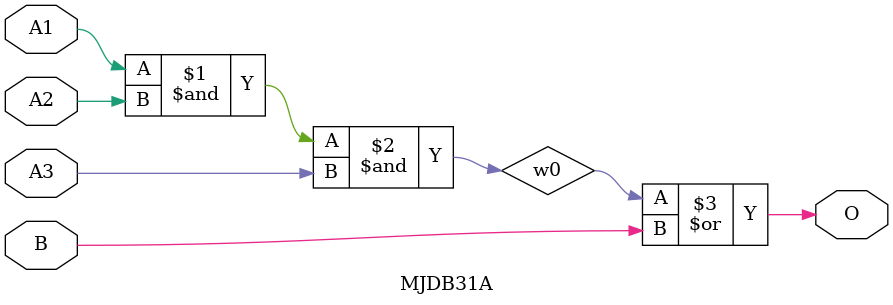
<source format=v>
module MJDB31A(A1, A2, A3, B, O);
input   A1;
input   A2;
input   A3;
input   B;
output  O;
and g0(w0, A1, A2, A3);
or g1(O, w0, B);
endmodule
</source>
